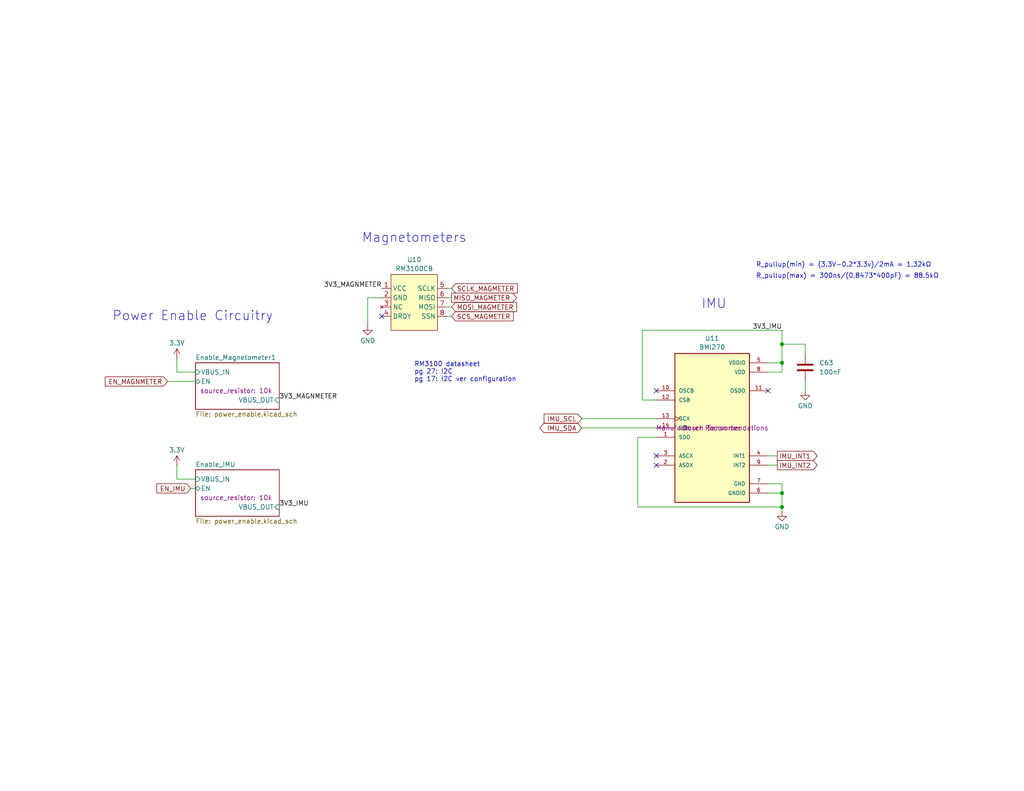
<source format=kicad_sch>
(kicad_sch (version 20250114) (generator "eeschema") (generator_version "9.0")
  (paper "A")
  (title_block (title "ADCS Main Board") (date "2025-03-23") (rev "v1.2") (company "Stanford Student Space Initiative") (comment 1 "Sage Wu"))
  (lib_symbols
    (symbol "Device:C" (pin_numbers (hide yes)) (pin_names (offset 0.254))
      (property "Reference" "C" (at 0.635 2.54 0))
      (property "Value" "C" (at 0.635 -2.54 0))
      (symbol "C_0_1"
        (polyline (pts (xy -2.032 0.762) (xy 2.032 0.762)) (stroke (width 0.508)))
        (polyline (pts (xy -2.032 -0.762) (xy 2.032 -0.762)) (stroke (width 0.508)))
      )
      (symbol "C_1_1"
        (pin passive line (at 0 3.81 270) (length 2.794) (name "~") (number "1"))
        (pin passive line (at 0 -3.81 90) (length 2.794) (name "~") (number "2"))
      )
    )
    (symbol "power:+3V3" (power) (pin_numbers (hide yes)) (pin_names (offset 0) (hide yes))
      (property "Value" "+3V3" (at 0 3.556 0))
      (symbol "+3V3_0_1"
        (polyline (pts (xy -0.762 1.27) (xy 0 2.54)))
        (polyline (pts (xy 0 2.54) (xy 0.762 1.27)))
        (polyline (pts (xy 0 0) (xy 0 2.54)))
      )
      (symbol "+3V3_1_1"
        (pin power_in line (at 0 0 90) (length 0) (name "~") (number "1"))
      )
    )
    (symbol "power:GND" (power) (pin_numbers (hide yes)) (pin_names (offset 0) (hide yes))
      (property "Value" "GND" (at 0 -3.81 0))
      (symbol "GND_0_1"
        (polyline (pts (xy 0 0) (xy 0 -1.27) (xy 1.27 -1.27) (xy 0 -2.54) (xy -1.27 -1.27) (xy 0 -1.27)))
      )
      (symbol "GND_1_1"
        (pin power_in line (at 0 0 270) (length 0) (name "~") (number "1"))
      )
    )
    (symbol "ssi_IC:BMI270" (pin_names (offset 1.016))
      (property "Reference" "U" (at -10.16 21.082 0))
      (property "Value" "BMI270" (at -10.16 -22.86 0))
      (symbol "BMI270_0_0"
        (rectangle (start -10.16 -20.32) (end 10.16 20.32) (stroke (width 0.254)) (fill (type background)))
        (pin input line (at -15.24 10.16 0) (length 5.08) (name "OSCB") (number "10"))
        (pin input line (at -15.24 7.62 0) (length 5.08) (name "CSB") (number "12"))
        (pin input clock (at -15.24 2.54 0) (length 5.08) (name "SCX") (number "13"))
        (pin bidirectional line (at -15.24 0 0) (length 5.08) (name "SDX") (number "14"))
        (pin bidirectional line (at -15.24 -2.54 0) (length 5.08) (name "SDO") (number "1"))
        (pin bidirectional line (at -15.24 -7.62 0) (length 5.08) (name "ASCX") (number "3"))
        (pin bidirectional line (at -15.24 -10.16 0) (length 5.08) (name "ASDX") (number "2"))
        (pin power_in line (at 15.24 17.78 180) (length 5.08) (name "VDDIO") (number "5"))
        (pin power_in line (at 15.24 15.24 180) (length 5.08) (name "VDD") (number "8"))
        (pin output line (at 15.24 10.16 180) (length 5.08) (name "OSDO") (number "11"))
        (pin bidirectional line (at 15.24 -7.62 180) (length 5.08) (name "INT1") (number "4"))
        (pin bidirectional line (at 15.24 -10.16 180) (length 5.08) (name "INT2") (number "9"))
        (pin power_in line (at 15.24 -15.24 180) (length 5.08) (name "GND") (number "7"))
        (pin power_in line (at 15.24 -17.78 180) (length 5.08) (name "GNDIO") (number "6"))
      )
    )
    (symbol "ssi_IC:RM3100-CB_AliExpress"
      (property "Reference" "U10" (at 0 10.1515 0))
      (property "Value" "RM3100CB" (at 0 8.4701 0))
      (symbol "RM3100-CB_AliExpress_1_1"
        (rectangle (start -6.35 7.62) (end 6.35 -7.62) (fill (type background)))
        (pin power_in line (at -8.89 3.81 0) (length 2.54) (name "VCC") (number "1"))
        (pin power_in line (at -8.89 1.27 0) (length 2.54) (name "GND") (number "2"))
        (pin no_connect line (at -8.89 -1.27 0) (length 2.54) (name "NC") (number "3"))
        (pin input line (at -8.89 -3.81 0) (length 2.54) (name "DRDY") (number "4"))
        (pin input line (at 8.89 3.81 180) (length 2.54) (name "SCLK") (number "5"))
        (pin output line (at 8.89 1.27 180) (length 2.54) (name "MISO") (number "6"))
        (pin input line (at 8.89 -1.27 180) (length 2.54) (name "MOSI") (number "7"))
        (pin input line (at 8.89 -3.81 180) (length 2.54) (name "SSN") (number "8"))
      )
    )
  )
  (text "Power Enable Circuitry" (at 52.578 86.36 0) (effects (font (size 2.54 2.54))))
  (text "RM3100 datasheet\npg 27: I2C\npg 17: I2C ver configuration" (at 113.03 101.6 0) (effects (font (size 1.27 1.27)) (justify left)))
  (text "R_pullup(min) = (3.3V-0.2*3.3v)/2mA = 1.32kΩ" (at 206.248 72.39 0) (effects (font (size 1.27 1.27)) (justify left)))
  (text "IMU" (at 194.818 83.058 0) (effects (font (size 2.54 2.54))))
  (text "R_pullup(max) = 300ns/(0.8473*400pF) = 88.5kΩ" (at 206.248 75.438 0) (effects (font (size 1.27 1.27)) (justify left)))
  (text "Magnetometers" (at 113.03 65.024 0) (effects (font (size 2.54 2.54))))
  (junction (at 213.36 99.06))
  (junction (at 213.36 138.43))
  (junction (at 213.36 93.98))
  (junction (at 213.36 134.62))
  (no_connect (at 179.07 127))
  (no_connect (at 179.07 124.46))
  (no_connect (at 104.14 86.36))
  (no_connect (at 179.07 106.68))
  (no_connect (at 209.55 106.68))
  (wire (pts (xy 213.36 134.62) (xy 213.36 138.43)))
  (wire (pts (xy 209.55 134.62) (xy 213.36 134.62)))
  (wire (pts (xy 213.36 101.6) (xy 209.55 101.6)))
  (wire (pts (xy 158.75 114.3) (xy 179.07 114.3)))
  (wire (pts (xy 52.07 133.35) (xy 53.34 133.35)))
  (wire (pts (xy 209.55 99.06) (xy 213.36 99.06)))
  (wire (pts (xy 209.55 124.46) (xy 212.09 124.46)))
  (wire (pts (xy 104.14 81.28) (xy 100.33 81.28)))
  (wire (pts (xy 53.34 101.6) (xy 48.26 101.6)))
  (wire (pts (xy 209.55 127) (xy 212.09 127)))
  (wire (pts (xy 213.36 138.43) (xy 213.36 139.7)))
  (wire (pts (xy 179.07 119.38) (xy 173.99 119.38)))
  (wire (pts (xy 158.75 116.84) (xy 179.07 116.84)))
  (wire (pts (xy 175.26 90.17) (xy 213.36 90.17)))
  (wire (pts (xy 209.55 132.08) (xy 213.36 132.08)))
  (wire (pts (xy 121.92 86.36) (xy 123.19 86.36)))
  (wire (pts (xy 53.34 130.81) (xy 48.26 130.81)))
  (wire (pts (xy 213.36 132.08) (xy 213.36 134.62)))
  (wire (pts (xy 219.71 104.14) (xy 219.71 106.68)))
  (wire (pts (xy 213.36 99.06) (xy 213.36 101.6)))
  (wire (pts (xy 213.36 93.98) (xy 213.36 99.06)))
  (wire (pts (xy 48.26 101.6) (xy 48.26 97.79)))
  (wire (pts (xy 121.92 83.82) (xy 123.19 83.82)))
  (wire (pts (xy 48.26 130.81) (xy 48.26 127)))
  (wire (pts (xy 45.72 104.14) (xy 53.34 104.14)))
  (wire (pts (xy 121.92 81.28) (xy 123.19 81.28)))
  (wire (pts (xy 219.71 96.52) (xy 219.71 93.98)))
  (wire (pts (xy 175.26 109.22) (xy 175.26 90.17)))
  (wire (pts (xy 179.07 109.22) (xy 175.26 109.22)))
  (wire (pts (xy 173.99 138.43) (xy 213.36 138.43)))
  (wire (pts (xy 173.99 119.38) (xy 173.99 138.43)))
  (wire (pts (xy 121.92 78.74) (xy 123.19 78.74)))
  (wire (pts (xy 100.33 81.28) (xy 100.33 88.9)))
  (wire (pts (xy 213.36 90.17) (xy 213.36 93.98)))
  (wire (pts (xy 213.36 93.98) (xy 219.71 93.98)))
  (label "3V3_MAGNMETER" (at 104.14 78.74 180))
  (label "3V3_IMU" (at 213.36 90.17 180))
  (label "3V3_IMU" (at 76.2 138.43 0))
  (label "3V3_MAGNMETER" (at 76.2 109.22 0))
  (global_label "IMU_SDA" (shape bidirectional) (at 158.75 116.84 180) (property "Intersheetrefs" "${INTERSHEET_REFS}" (effects (hide yes))))
  (global_label "IMU_SCL" (shape input) (at 158.75 114.3 180) (property "Intersheetrefs" "${INTERSHEET_REFS}" (effects (hide yes))))
  (global_label "EN_MAGNMETER" (shape input) (at 45.72 104.14 180) (property "Intersheetrefs" "${INTERSHEET_REFS}" (effects (hide yes))))
  (global_label "MISO_MAGMETER" (shape output) (at 123.19 81.28 0) (property "Intersheetrefs" "${INTERSHEET_REFS}" (effects (hide yes))))
  (global_label "IMU_INT2" (shape output) (at 212.09 127 0) (property "Intersheetrefs" "${INTERSHEET_REFS}" (effects (hide yes))))
  (global_label "MOSI_MAGMETER" (shape input) (at 123.19 83.82 0) (property "Intersheetrefs" "${INTERSHEET_REFS}" (effects (hide yes))))
  (global_label "EN_IMU" (shape input) (at 52.07 133.35 180) (property "Intersheetrefs" "${INTERSHEET_REFS}" (effects (hide yes))))
  (global_label "SCLK_MAGMETER" (shape input) (at 123.19 78.74 0) (property "Intersheetrefs" "${INTERSHEET_REFS}" (effects (hide yes))))
  (global_label "SCS_MAGMETER" (shape input) (at 123.19 86.36 0) (property "Intersheetrefs" "${INTERSHEET_REFS}" (effects (hide yes))))
  (global_label "IMU_INT1" (shape output) (at 212.09 124.46 0) (property "Intersheetrefs" "${INTERSHEET_REFS}" (effects (hide yes))))
  (symbol (lib_id "power:GND") (at 100.33 88.9 0) (unit 1)
    (property "Reference" "#PWR058" (effects (hide yes)))
    (property "Value" "GND" (at 100.33 93.0331 0))
    (property "Description" "Power symbol creates a global label with name \"GND\" , ground" (effects (hide yes)))
  )
  (symbol (lib_id "power:GND") (at 213.36 139.7 0) (unit 1)
    (property "Reference" "#PWR079" (effects (hide yes)))
    (property "Value" "GND" (at 213.36 143.8331 0))
    (property "Description" "Power symbol creates a global label with name \"GND\" , ground" (effects (hide yes)))
  )
  (symbol (lib_id "ssi_IC:BMI270") (at 194.31 116.84 0) (unit 1)
    (property "Reference" "U11" (at 194.31 92.3755 0))
    (property "Value" "BMI270" (at 194.31 94.7998 0))
    (property "Footprint" "adcs:XDCR_BMI270" (effects (hide yes)))
    (property "Datasheet" "https://www.bosch-sensortec.com/media/boschsensortec/downloads/datasheets/bst-bmi270-ds000.pdf" (effects (hide yes)))
    (property "Height" "0.87mm" (effects (hide yes)))
    (property "Manufacturer_Name" "Bosch Sensortec" (at 194.31 116.84 0))
    (property "Standard" "Manufacturer Recommendations" (at 194.31 116.84 0))
  )
  (symbol (lib_id "power:+3V3") (at 48.26 127 0) (unit 1)
    (property "Reference" "#PWR07" (effects (hide yes)))
    (property "Value" "3.3V" (at 48.26 122.8669 0))
    (property "Description" "Power symbol creates a global label with name \"+3V3\"" (effects (hide yes)))
  )
  (symbol (lib_id "ssi_IC:RM3100-CB_AliExpress") (at 113.03 82.55 0) (unit 1)
    (property "Reference" "U10" (at 113.03 70.9125 0))
    (property "Value" "RM3100CB" (at 113.03 73.3368 0))
    (property "Footprint" "adcs:RM3100CB" (effects (hide yes)))
    (property "Datasheet" "https://www.pnisensor.com/rm3100-cb/#download-rm3100-cb-manual" (effects (hide yes)))
  )
  (symbol (lib_id "power:GND") (at 219.71 106.68 0) (unit 1)
    (property "Reference" "#PWR022" (effects (hide yes)))
    (property "Value" "GND" (at 219.71 110.8131 0))
    (property "Description" "Power symbol creates a global label with name \"GND\" , ground" (effects (hide yes)))
  )
  (symbol (lib_id "power:+3V3") (at 48.26 97.79 0) (unit 1)
    (property "Reference" "#PWR01" (effects (hide yes)))
    (property "Value" "3.3V" (at 48.26 93.6569 0))
    (property "Description" "Power symbol creates a global label with name \"+3V3\"" (effects (hide yes)))
  )
  (symbol (lib_id "Device:C") (at 219.71 100.33 0) (unit 1)
    (property "Reference" "C63" (at 223.52 99.0599 0) (effects (justify left)))
    (property "Value" "100nF" (at 223.52 101.5999 0) (effects (justify left)))
    (property "Footprint" "Capacitor_SMD:C_0603_1608Metric" (effects (hide yes)))
    (property "Description" "Unpolarized capacitor" (effects (hide yes)))
  )
  (sheet (at 53.34 99.06) (size 22.86 12.7) (stroke (width 0.1524))
    (property "Sheetname" "Enable_Magnetometer1" (at 53.34 98.3484 0) (effects (justify left bottom)))
    (property "Sheetfile" "power_enable.kicad_sch" (at 53.34 112.3446 0) (effects (justify left top)))
    (property "source_resistor" "10k" (at 64.4398 106.68 0) (show_name yes))
    (pin "VBUS_IN" input (at 53.34 101.6 180))
    (pin "EN" bidirectional (at 53.34 104.14 180))
    (pin "VBUS_OUT" input (at 76.2 109.22 0))
  )
  (sheet (at 53.34 128.27) (size 22.86 12.7) (stroke (width 0.1524))
    (property "Sheetname" "Enable_IMU" (at 53.34 127.5584 0) (effects (justify left bottom)))
    (property "Sheetfile" "power_enable.kicad_sch" (at 53.34 141.5546 0) (effects (justify left top)))
    (property "source_resistor" "10k" (at 64.4398 135.89 0) (show_name yes))
    (pin "VBUS_IN" input (at 53.34 130.81 180))
    (pin "EN" bidirectional (at 53.34 133.35 180))
    (pin "VBUS_OUT" input (at 76.2 138.43 0))
  )
)
</source>
